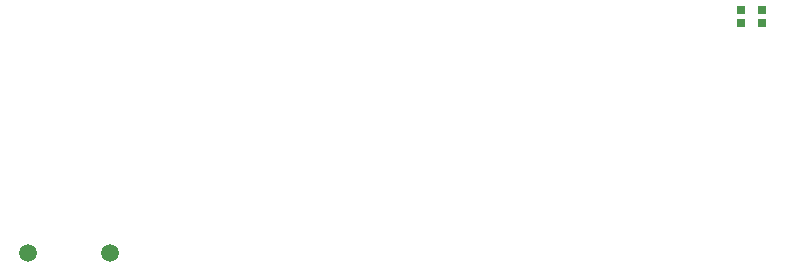
<source format=gbr>
%TF.GenerationSoftware,KiCad,Pcbnew,8.0.8-8.0.8-0~ubuntu22.04.1*%
%TF.CreationDate,2025-02-03T23:54:13+00:00*%
%TF.ProjectId,numcalcium,6e756d63-616c-4636-9975-6d2e6b696361,rev?*%
%TF.SameCoordinates,Original*%
%TF.FileFunction,Soldermask,Top*%
%TF.FilePolarity,Negative*%
%FSLAX46Y46*%
G04 Gerber Fmt 4.6, Leading zero omitted, Abs format (unit mm)*
G04 Created by KiCad (PCBNEW 8.0.8-8.0.8-0~ubuntu22.04.1) date 2025-02-03 23:54:13*
%MOMM*%
%LPD*%
G01*
G04 APERTURE LIST*
%ADD10C,1.500000*%
%ADD11R,0.700000X0.700000*%
G04 APERTURE END LIST*
D10*
%TO.C,J5*%
X3292000Y22086000D03*
X10292000Y22086000D03*
%TD*%
D11*
%TO.C,D41*%
X63655667Y42642596D03*
X63655667Y41542596D03*
X65485667Y41542596D03*
X65485667Y42642596D03*
%TD*%
M02*

</source>
